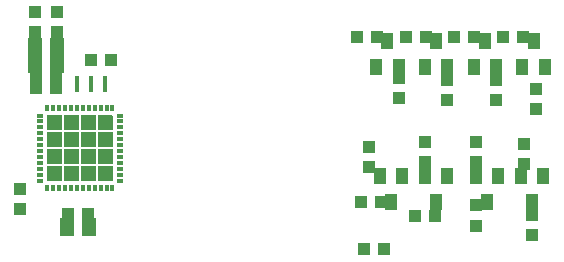
<source format=gbr>
G04 EAGLE Gerber RS-274X export*
G75*
%MOMM*%
%FSLAX34Y34*%
%LPD*%
%INSolderpaste Bottom*%
%IPPOS*%
%AMOC8*
5,1,8,0,0,1.08239X$1,22.5*%
G01*
%ADD10R,0.400000X1.399997*%
%ADD11R,1.000000X1.400000*%
%ADD12R,0.297181X0.550000*%
%ADD13R,0.550000X0.297181*%
%ADD14R,1.100000X1.000000*%
%ADD15R,1.000000X1.100000*%
%ADD16R,1.300000X1.500000*%

G36*
X-129713Y86536D02*
X-129713Y86536D01*
X-129710Y86535D01*
X-129667Y86555D01*
X-129624Y86574D01*
X-129623Y86576D01*
X-129621Y86577D01*
X-129588Y86662D01*
X-129588Y98886D01*
X-129589Y98888D01*
X-129588Y98890D01*
X-129608Y98933D01*
X-129627Y98976D01*
X-129629Y98977D01*
X-129630Y98979D01*
X-129715Y99012D01*
X-141939Y99012D01*
X-141941Y99011D01*
X-141943Y99012D01*
X-141986Y98992D01*
X-142029Y98973D01*
X-142030Y98971D01*
X-142032Y98970D01*
X-142065Y98886D01*
X-142065Y86662D01*
X-142064Y86660D01*
X-142065Y86657D01*
X-142045Y86614D01*
X-142026Y86571D01*
X-142024Y86570D01*
X-142023Y86568D01*
X-141939Y86535D01*
X-129715Y86535D01*
X-129713Y86536D01*
G37*
G36*
X-143937Y86536D02*
X-143937Y86536D01*
X-143934Y86535D01*
X-143891Y86555D01*
X-143848Y86574D01*
X-143847Y86576D01*
X-143845Y86577D01*
X-143812Y86662D01*
X-143812Y98886D01*
X-143813Y98888D01*
X-143812Y98890D01*
X-143832Y98933D01*
X-143851Y98976D01*
X-143853Y98977D01*
X-143854Y98979D01*
X-143939Y99012D01*
X-156163Y99012D01*
X-156165Y99011D01*
X-156167Y99012D01*
X-156210Y98992D01*
X-156253Y98973D01*
X-156254Y98971D01*
X-156256Y98970D01*
X-156289Y98886D01*
X-156289Y86662D01*
X-156288Y86660D01*
X-156289Y86657D01*
X-156269Y86614D01*
X-156250Y86571D01*
X-156248Y86570D01*
X-156247Y86568D01*
X-156163Y86535D01*
X-143939Y86535D01*
X-143937Y86536D01*
G37*
G36*
X-158161Y86536D02*
X-158161Y86536D01*
X-158158Y86535D01*
X-158115Y86555D01*
X-158072Y86574D01*
X-158071Y86576D01*
X-158069Y86577D01*
X-158036Y86662D01*
X-158036Y98886D01*
X-158037Y98888D01*
X-158036Y98890D01*
X-158056Y98933D01*
X-158075Y98976D01*
X-158077Y98977D01*
X-158078Y98979D01*
X-158163Y99012D01*
X-170387Y99012D01*
X-170389Y99011D01*
X-170391Y99012D01*
X-170434Y98992D01*
X-170477Y98973D01*
X-170478Y98971D01*
X-170480Y98970D01*
X-170513Y98886D01*
X-170513Y86662D01*
X-170512Y86660D01*
X-170513Y86657D01*
X-170493Y86614D01*
X-170474Y86571D01*
X-170472Y86570D01*
X-170471Y86568D01*
X-170387Y86535D01*
X-158163Y86535D01*
X-158161Y86536D01*
G37*
G36*
X-172385Y86536D02*
X-172385Y86536D01*
X-172382Y86535D01*
X-172339Y86555D01*
X-172296Y86574D01*
X-172295Y86576D01*
X-172293Y86577D01*
X-172260Y86662D01*
X-172260Y98886D01*
X-172261Y98888D01*
X-172260Y98890D01*
X-172280Y98933D01*
X-172299Y98976D01*
X-172301Y98977D01*
X-172302Y98979D01*
X-172387Y99012D01*
X-184611Y99012D01*
X-184613Y99011D01*
X-184615Y99012D01*
X-184658Y98992D01*
X-184701Y98973D01*
X-184702Y98971D01*
X-184704Y98970D01*
X-184737Y98886D01*
X-184737Y86662D01*
X-184736Y86660D01*
X-184737Y86657D01*
X-184717Y86614D01*
X-184698Y86571D01*
X-184696Y86570D01*
X-184695Y86568D01*
X-184611Y86535D01*
X-172387Y86535D01*
X-172385Y86536D01*
G37*
G36*
X-129713Y72312D02*
X-129713Y72312D01*
X-129710Y72311D01*
X-129667Y72331D01*
X-129624Y72350D01*
X-129623Y72352D01*
X-129621Y72353D01*
X-129588Y72438D01*
X-129588Y84662D01*
X-129589Y84664D01*
X-129588Y84666D01*
X-129608Y84709D01*
X-129627Y84752D01*
X-129629Y84753D01*
X-129630Y84755D01*
X-129715Y84788D01*
X-141939Y84788D01*
X-141941Y84787D01*
X-141943Y84788D01*
X-141986Y84768D01*
X-142029Y84749D01*
X-142030Y84747D01*
X-142032Y84746D01*
X-142065Y84662D01*
X-142065Y72438D01*
X-142064Y72436D01*
X-142065Y72433D01*
X-142045Y72390D01*
X-142026Y72347D01*
X-142024Y72346D01*
X-142023Y72344D01*
X-141939Y72311D01*
X-129715Y72311D01*
X-129713Y72312D01*
G37*
G36*
X-172385Y72312D02*
X-172385Y72312D01*
X-172382Y72311D01*
X-172339Y72331D01*
X-172296Y72350D01*
X-172295Y72352D01*
X-172293Y72353D01*
X-172260Y72438D01*
X-172260Y84662D01*
X-172261Y84664D01*
X-172260Y84666D01*
X-172280Y84709D01*
X-172299Y84752D01*
X-172301Y84753D01*
X-172302Y84755D01*
X-172387Y84788D01*
X-184611Y84788D01*
X-184613Y84787D01*
X-184615Y84788D01*
X-184658Y84768D01*
X-184701Y84749D01*
X-184702Y84747D01*
X-184704Y84746D01*
X-184737Y84662D01*
X-184737Y72438D01*
X-184736Y72436D01*
X-184737Y72433D01*
X-184717Y72390D01*
X-184698Y72347D01*
X-184696Y72346D01*
X-184695Y72344D01*
X-184611Y72311D01*
X-172387Y72311D01*
X-172385Y72312D01*
G37*
G36*
X-158161Y72312D02*
X-158161Y72312D01*
X-158158Y72311D01*
X-158115Y72331D01*
X-158072Y72350D01*
X-158071Y72352D01*
X-158069Y72353D01*
X-158036Y72438D01*
X-158036Y84662D01*
X-158037Y84664D01*
X-158036Y84666D01*
X-158056Y84709D01*
X-158075Y84752D01*
X-158077Y84753D01*
X-158078Y84755D01*
X-158163Y84788D01*
X-170387Y84788D01*
X-170389Y84787D01*
X-170391Y84788D01*
X-170434Y84768D01*
X-170477Y84749D01*
X-170478Y84747D01*
X-170480Y84746D01*
X-170513Y84662D01*
X-170513Y72438D01*
X-170512Y72436D01*
X-170513Y72433D01*
X-170493Y72390D01*
X-170474Y72347D01*
X-170472Y72346D01*
X-170471Y72344D01*
X-170387Y72311D01*
X-158163Y72311D01*
X-158161Y72312D01*
G37*
G36*
X-143937Y72312D02*
X-143937Y72312D01*
X-143934Y72311D01*
X-143891Y72331D01*
X-143848Y72350D01*
X-143847Y72352D01*
X-143845Y72353D01*
X-143812Y72438D01*
X-143812Y84662D01*
X-143813Y84664D01*
X-143812Y84666D01*
X-143832Y84709D01*
X-143851Y84752D01*
X-143853Y84753D01*
X-143854Y84755D01*
X-143939Y84788D01*
X-156163Y84788D01*
X-156165Y84787D01*
X-156167Y84788D01*
X-156210Y84768D01*
X-156253Y84749D01*
X-156254Y84747D01*
X-156256Y84746D01*
X-156289Y84662D01*
X-156289Y72438D01*
X-156288Y72436D01*
X-156289Y72433D01*
X-156269Y72390D01*
X-156250Y72347D01*
X-156248Y72346D01*
X-156247Y72344D01*
X-156163Y72311D01*
X-143939Y72311D01*
X-143937Y72312D01*
G37*
G36*
X-158161Y58088D02*
X-158161Y58088D01*
X-158158Y58087D01*
X-158115Y58107D01*
X-158072Y58126D01*
X-158071Y58128D01*
X-158069Y58129D01*
X-158036Y58214D01*
X-158036Y70438D01*
X-158037Y70440D01*
X-158036Y70442D01*
X-158056Y70485D01*
X-158075Y70528D01*
X-158077Y70529D01*
X-158078Y70531D01*
X-158163Y70564D01*
X-170387Y70564D01*
X-170389Y70563D01*
X-170391Y70564D01*
X-170434Y70544D01*
X-170477Y70525D01*
X-170478Y70523D01*
X-170480Y70522D01*
X-170513Y70438D01*
X-170513Y58214D01*
X-170512Y58212D01*
X-170513Y58209D01*
X-170493Y58166D01*
X-170474Y58123D01*
X-170472Y58122D01*
X-170471Y58120D01*
X-170387Y58087D01*
X-158163Y58087D01*
X-158161Y58088D01*
G37*
G36*
X-129713Y58088D02*
X-129713Y58088D01*
X-129710Y58087D01*
X-129667Y58107D01*
X-129624Y58126D01*
X-129623Y58128D01*
X-129621Y58129D01*
X-129588Y58214D01*
X-129588Y70438D01*
X-129589Y70440D01*
X-129588Y70442D01*
X-129608Y70485D01*
X-129627Y70528D01*
X-129629Y70529D01*
X-129630Y70531D01*
X-129715Y70564D01*
X-141939Y70564D01*
X-141941Y70563D01*
X-141943Y70564D01*
X-141986Y70544D01*
X-142029Y70525D01*
X-142030Y70523D01*
X-142032Y70522D01*
X-142065Y70438D01*
X-142065Y58214D01*
X-142064Y58212D01*
X-142065Y58209D01*
X-142045Y58166D01*
X-142026Y58123D01*
X-142024Y58122D01*
X-142023Y58120D01*
X-141939Y58087D01*
X-129715Y58087D01*
X-129713Y58088D01*
G37*
G36*
X-143937Y58088D02*
X-143937Y58088D01*
X-143934Y58087D01*
X-143891Y58107D01*
X-143848Y58126D01*
X-143847Y58128D01*
X-143845Y58129D01*
X-143812Y58214D01*
X-143812Y70438D01*
X-143813Y70440D01*
X-143812Y70442D01*
X-143832Y70485D01*
X-143851Y70528D01*
X-143853Y70529D01*
X-143854Y70531D01*
X-143939Y70564D01*
X-156163Y70564D01*
X-156165Y70563D01*
X-156167Y70564D01*
X-156210Y70544D01*
X-156253Y70525D01*
X-156254Y70523D01*
X-156256Y70522D01*
X-156289Y70438D01*
X-156289Y58214D01*
X-156288Y58212D01*
X-156289Y58209D01*
X-156269Y58166D01*
X-156250Y58123D01*
X-156248Y58122D01*
X-156247Y58120D01*
X-156163Y58087D01*
X-143939Y58087D01*
X-143937Y58088D01*
G37*
G36*
X-172385Y58088D02*
X-172385Y58088D01*
X-172382Y58087D01*
X-172339Y58107D01*
X-172296Y58126D01*
X-172295Y58128D01*
X-172293Y58129D01*
X-172260Y58214D01*
X-172260Y70438D01*
X-172261Y70440D01*
X-172260Y70442D01*
X-172280Y70485D01*
X-172299Y70528D01*
X-172301Y70529D01*
X-172302Y70531D01*
X-172387Y70564D01*
X-184611Y70564D01*
X-184613Y70563D01*
X-184615Y70564D01*
X-184658Y70544D01*
X-184701Y70525D01*
X-184702Y70523D01*
X-184704Y70522D01*
X-184737Y70438D01*
X-184737Y58214D01*
X-184736Y58212D01*
X-184737Y58209D01*
X-184717Y58166D01*
X-184698Y58123D01*
X-184696Y58122D01*
X-184695Y58120D01*
X-184611Y58087D01*
X-172387Y58087D01*
X-172385Y58088D01*
G37*
G36*
X-143937Y43864D02*
X-143937Y43864D01*
X-143934Y43863D01*
X-143891Y43883D01*
X-143848Y43902D01*
X-143847Y43904D01*
X-143845Y43905D01*
X-143812Y43990D01*
X-143812Y56214D01*
X-143813Y56216D01*
X-143812Y56218D01*
X-143832Y56261D01*
X-143851Y56304D01*
X-143853Y56305D01*
X-143854Y56307D01*
X-143939Y56340D01*
X-156163Y56340D01*
X-156165Y56339D01*
X-156167Y56340D01*
X-156210Y56320D01*
X-156253Y56301D01*
X-156254Y56299D01*
X-156256Y56298D01*
X-156289Y56214D01*
X-156289Y43990D01*
X-156288Y43988D01*
X-156289Y43985D01*
X-156269Y43942D01*
X-156250Y43899D01*
X-156248Y43898D01*
X-156247Y43896D01*
X-156163Y43863D01*
X-143939Y43863D01*
X-143937Y43864D01*
G37*
G36*
X-158161Y43864D02*
X-158161Y43864D01*
X-158158Y43863D01*
X-158115Y43883D01*
X-158072Y43902D01*
X-158071Y43904D01*
X-158069Y43905D01*
X-158036Y43990D01*
X-158036Y56214D01*
X-158037Y56216D01*
X-158036Y56218D01*
X-158056Y56261D01*
X-158075Y56304D01*
X-158077Y56305D01*
X-158078Y56307D01*
X-158163Y56340D01*
X-170387Y56340D01*
X-170389Y56339D01*
X-170391Y56340D01*
X-170434Y56320D01*
X-170477Y56301D01*
X-170478Y56299D01*
X-170480Y56298D01*
X-170513Y56214D01*
X-170513Y43990D01*
X-170512Y43988D01*
X-170513Y43985D01*
X-170493Y43942D01*
X-170474Y43899D01*
X-170472Y43898D01*
X-170471Y43896D01*
X-170387Y43863D01*
X-158163Y43863D01*
X-158161Y43864D01*
G37*
G36*
X-172385Y43864D02*
X-172385Y43864D01*
X-172382Y43863D01*
X-172339Y43883D01*
X-172296Y43902D01*
X-172295Y43904D01*
X-172293Y43905D01*
X-172260Y43990D01*
X-172260Y56214D01*
X-172261Y56216D01*
X-172260Y56218D01*
X-172280Y56261D01*
X-172299Y56304D01*
X-172301Y56305D01*
X-172302Y56307D01*
X-172387Y56340D01*
X-184611Y56340D01*
X-184613Y56339D01*
X-184615Y56340D01*
X-184658Y56320D01*
X-184701Y56301D01*
X-184702Y56299D01*
X-184704Y56298D01*
X-184737Y56214D01*
X-184737Y43990D01*
X-184736Y43988D01*
X-184737Y43985D01*
X-184717Y43942D01*
X-184698Y43899D01*
X-184696Y43898D01*
X-184695Y43896D01*
X-184611Y43863D01*
X-172387Y43863D01*
X-172385Y43864D01*
G37*
G36*
X-129713Y43864D02*
X-129713Y43864D01*
X-129710Y43863D01*
X-129667Y43883D01*
X-129624Y43902D01*
X-129623Y43904D01*
X-129621Y43905D01*
X-129588Y43990D01*
X-129588Y56214D01*
X-129589Y56216D01*
X-129588Y56218D01*
X-129608Y56261D01*
X-129627Y56304D01*
X-129629Y56305D01*
X-129630Y56307D01*
X-129715Y56340D01*
X-141939Y56340D01*
X-141941Y56339D01*
X-141943Y56340D01*
X-141986Y56320D01*
X-142029Y56301D01*
X-142030Y56299D01*
X-142032Y56298D01*
X-142065Y56214D01*
X-142065Y43990D01*
X-142064Y43988D01*
X-142065Y43985D01*
X-142045Y43942D01*
X-142026Y43899D01*
X-142024Y43898D01*
X-142023Y43896D01*
X-141939Y43863D01*
X-129715Y43863D01*
X-129713Y43864D01*
G37*
D10*
X-135638Y125413D03*
X-147638Y125413D03*
X-159637Y125413D03*
D11*
X103188Y161813D03*
X93688Y139813D03*
X112688Y139813D03*
X144463Y161813D03*
X134963Y139813D03*
X153963Y139813D03*
X144463Y25513D03*
X153963Y47513D03*
X134963Y47513D03*
X187325Y25513D03*
X196825Y47513D03*
X177825Y47513D03*
X225425Y25513D03*
X234925Y47513D03*
X215925Y47513D03*
X227013Y161813D03*
X217513Y139813D03*
X236513Y139813D03*
X185738Y161813D03*
X176238Y139813D03*
X195238Y139813D03*
X106363Y25513D03*
X115863Y47513D03*
X96863Y47513D03*
D12*
X-184670Y105238D03*
X-179669Y105238D03*
X-174667Y105238D03*
X-169666Y105238D03*
X-164665Y105238D03*
X-159664Y105238D03*
X-154662Y105238D03*
X-149661Y105238D03*
X-144660Y105238D03*
X-139659Y105238D03*
X-134657Y105238D03*
X-129656Y105238D03*
D13*
X-123363Y98945D03*
X-123363Y93944D03*
X-123363Y88942D03*
X-123363Y83941D03*
X-123363Y78940D03*
X-123363Y73939D03*
X-123363Y68937D03*
X-123363Y63936D03*
X-123363Y58935D03*
X-123363Y53934D03*
X-123363Y48932D03*
X-123363Y43931D03*
D12*
X-129656Y37638D03*
X-134657Y37638D03*
X-139659Y37638D03*
X-144660Y37638D03*
X-149661Y37638D03*
X-154662Y37638D03*
X-159664Y37638D03*
X-164665Y37638D03*
X-169666Y37638D03*
X-174667Y37638D03*
X-179669Y37638D03*
X-184670Y37638D03*
D13*
X-190963Y43931D03*
X-190963Y48932D03*
X-190963Y53934D03*
X-190963Y58935D03*
X-190963Y63936D03*
X-190963Y68937D03*
X-190963Y73939D03*
X-190963Y78940D03*
X-190963Y83941D03*
X-190963Y88942D03*
X-190963Y93944D03*
X-190963Y98945D03*
D14*
X87313Y72000D03*
X87313Y55000D03*
X195263Y112150D03*
X195263Y129150D03*
X228600Y104213D03*
X228600Y121213D03*
X219075Y75175D03*
X219075Y58175D03*
X177800Y76763D03*
X177800Y59763D03*
X134938Y76763D03*
X134938Y59763D03*
X153988Y112150D03*
X153988Y129150D03*
X112713Y113738D03*
X112713Y130738D03*
D15*
X77225Y165100D03*
X94225Y165100D03*
X135500Y165100D03*
X118500Y165100D03*
X143438Y14288D03*
X126438Y14288D03*
D14*
X177800Y22788D03*
X177800Y5788D03*
X225425Y14850D03*
X225425Y-2150D03*
D15*
X218050Y165100D03*
X201050Y165100D03*
X176775Y165100D03*
X159775Y165100D03*
X97400Y25400D03*
X80400Y25400D03*
D14*
X-207963Y20075D03*
X-207963Y37075D03*
X-176213Y169300D03*
X-176213Y186300D03*
X-131200Y146050D03*
X-148200Y146050D03*
X-194238Y131763D03*
X-177238Y131763D03*
X-194238Y122238D03*
X-177238Y122238D03*
X-167250Y15875D03*
X-150250Y15875D03*
D16*
X-195238Y157163D03*
X-176238Y157163D03*
X-195238Y142875D03*
X-176238Y142875D03*
X-168250Y4763D03*
X-149250Y4763D03*
D14*
X-195263Y169300D03*
X-195263Y186300D03*
D15*
X83575Y-14288D03*
X100575Y-14288D03*
M02*

</source>
